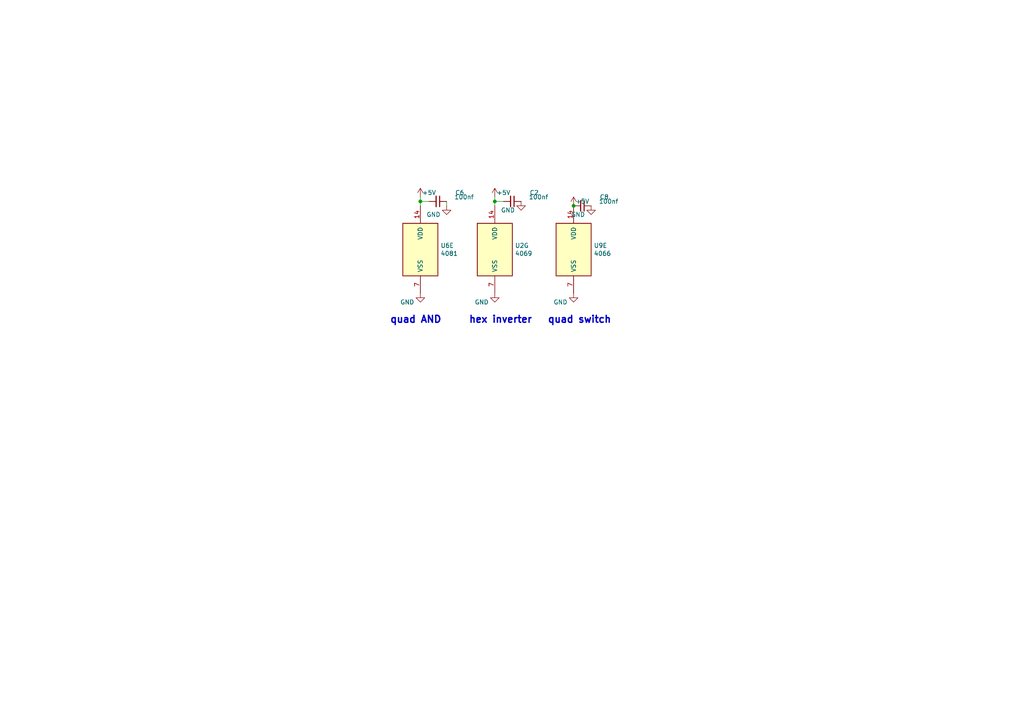
<source format=kicad_sch>
(kicad_sch (version 20211123) (generator eeschema)
  (paper "A4")
  (lib_symbols
    (symbol "4xxx:4066" (pin_names (offset 1.016))
      (property "Reference" "U" (at -7.62 8.89 0))
      (property "Value" "4066" (at -7.62 -8.89 0))
      (symbol "4066_1_0"
        (polyline (pts (xy 0 1.27) (xy 0 2.54)) (stroke (width 0.1524)))
        (polyline (pts (xy -2.54 0) (xy 2.54 2.54) (xy 2.54 -2.54) (xy -2.54 0)) (fill (type background)))
        (polyline (pts (xy -2.54 2.54) (xy 2.54 0) (xy -2.54 -2.54) (xy -2.54 2.54)) (fill (type background)))
        (pin passive line (at -7.62 0 0) (length 5.08) (name "~") (number "1"))
        (pin input line (at 0 7.62 270) (length 5.08) (name "~") (number "13"))
        (pin passive line (at 7.62 0 180) (length 5.08) (name "~") (number "2"))
      )
      (symbol "4066_2_0"
        (polyline (pts (xy 0 1.27) (xy 0 2.54)) (stroke (width 0.1524)))
        (polyline (pts (xy -2.54 0) (xy 2.54 2.54) (xy 2.54 -2.54) (xy -2.54 0)) (fill (type background)))
        (polyline (pts (xy -2.54 2.54) (xy 2.54 0) (xy -2.54 -2.54) (xy -2.54 2.54)) (fill (type background)))
        (pin passive line (at 7.62 0 180) (length 5.08) (name "~") (number "3"))
        (pin passive line (at -7.62 0 0) (length 5.08) (name "~") (number "4"))
        (pin input line (at 0 7.62 270) (length 5.08) (name "~") (number "5"))
      )
      (symbol "4066_3_0"
        (polyline (pts (xy 0 1.27) (xy 0 2.54)) (stroke (width 0.1524)))
        (polyline (pts (xy -2.54 0) (xy 2.54 2.54) (xy 2.54 -2.54) (xy -2.54 0)) (fill (type background)))
        (polyline (pts (xy -2.54 2.54) (xy 2.54 0) (xy -2.54 -2.54) (xy -2.54 2.54)) (fill (type background)))
        (pin input line (at 0 7.62 270) (length 5.08) (name "~") (number "6"))
        (pin passive line (at -7.62 0 0) (length 5.08) (name "~") (number "8"))
        (pin passive line (at 7.62 0 180) (length 5.08) (name "~") (number "9"))
      )
      (symbol "4066_4_0"
        (polyline (pts (xy 0 1.27) (xy 0 2.54)) (stroke (width 0.1524)))
        (polyline (pts (xy -2.54 0) (xy 2.54 2.54) (xy 2.54 -2.54) (xy -2.54 0)) (fill (type background)))
        (polyline (pts (xy -2.54 2.54) (xy 2.54 0) (xy -2.54 -2.54) (xy -2.54 2.54)) (fill (type background)))
        (pin passive line (at 7.62 0 180) (length 5.08) (name "~") (number "10"))
        (pin passive line (at -7.62 0 0) (length 5.08) (name "~") (number "11"))
        (pin input line (at 0 7.62 270) (length 5.08) (name "~") (number "12"))
      )
      (symbol "4066_5_0"
        (pin power_in line (at 0 12.7 270) (length 5.08) (name "VDD") (number "14"))
        (pin power_in line (at 0 -12.7 90) (length 5.08) (name "VSS") (number "7"))
      )
      (symbol "4066_5_1"
        (rectangle (start -5.08 7.62) (end 5.08 -7.62) (stroke (width 0.254)) (fill (type background)))
      )
    )
    (symbol "4xxx:4069" (pin_names (offset 1.016))
      (property "Reference" "U" (at 0 1.27 0))
      (property "Value" "4069" (at 0 -1.27 0))
      (symbol "4069_1_0"
        (polyline (pts (xy -3.81 3.81) (xy -3.81 -3.81) (xy 3.81 0) (xy -3.81 3.81)) (stroke (width 0.254)) (fill (type background)))
        (pin input line (at -7.62 0 0) (length 3.81) (name "~") (number "1"))
        (pin output inverted (at 7.62 0 180) (length 3.81) (name "~") (number "2"))
      )
      (symbol "4069_2_0"
        (polyline (pts (xy -3.81 3.81) (xy -3.81 -3.81) (xy 3.81 0) (xy -3.81 3.81)) (stroke (width 0.254)) (fill (type background)))
        (pin input line (at -7.62 0 0) (length 3.81) (name "~") (number "3"))
        (pin output inverted (at 7.62 0 180) (length 3.81) (name "~") (number "4"))
      )
      (symbol "4069_3_0"
        (polyline (pts (xy -3.81 3.81) (xy -3.81 -3.81) (xy 3.81 0) (xy -3.81 3.81)) (stroke (width 0.254)) (fill (type background)))
        (pin input line (at -7.62 0 0) (length 3.81) (name "~") (number "5"))
        (pin output inverted (at 7.62 0 180) (length 3.81) (name "~") (number "6"))
      )
      (symbol "4069_4_0"
        (polyline (pts (xy -3.81 3.81) (xy -3.81 -3.81) (xy 3.81 0) (xy -3.81 3.81)) (stroke (width 0.254)) (fill (type background)))
        (pin output inverted (at 7.62 0 180) (length 3.81) (name "~") (number "8"))
        (pin input line (at -7.62 0 0) (length 3.81) (name "~") (number "9"))
      )
      (symbol "4069_5_0"
        (polyline (pts (xy -3.81 3.81) (xy -3.81 -3.81) (xy 3.81 0) (xy -3.81 3.81)) (stroke (width 0.254)) (fill (type background)))
        (pin output inverted (at 7.62 0 180) (length 3.81) (name "~") (number "10"))
        (pin input line (at -7.62 0 0) (length 3.81) (name "~") (number "11"))
      )
      (symbol "4069_6_0"
        (polyline (pts (xy -3.81 3.81) (xy -3.81 -3.81) (xy 3.81 0) (xy -3.81 3.81)) (stroke (width 0.254)) (fill (type background)))
        (pin output inverted (at 7.62 0 180) (length 3.81) (name "~") (number "12"))
        (pin input line (at -7.62 0 0) (length 3.81) (name "~") (number "13"))
      )
      (symbol "4069_7_0"
        (pin power_in line (at 0 12.7 270) (length 5.08) (name "VDD") (number "14"))
        (pin power_in line (at 0 -12.7 90) (length 5.08) (name "VSS") (number "7"))
      )
      (symbol "4069_7_1"
        (rectangle (start -5.08 7.62) (end 5.08 -7.62) (stroke (width 0.254)) (fill (type background)))
      )
    )
    (symbol "4xxx:4081" (pin_names (offset 1.016))
      (property "Reference" "U" (at 0 1.27 0))
      (property "Value" "4081" (at 0 -1.27 0))
      (symbol "4081_1_1"
        (arc (start 0 -3.81) (mid 3.81 0) (end 0 3.81) (stroke (width 0.254)) (fill (type background)))
        (polyline (pts (xy 0 3.81) (xy -3.81 3.81) (xy -3.81 -3.81) (xy 0 -3.81)) (stroke (width 0.254)) (fill (type background)))
        (pin input line (at -7.62 2.54 0) (length 3.81) (name "~") (number "1"))
        (pin input line (at -7.62 -2.54 0) (length 3.81) (name "~") (number "2"))
        (pin output line (at 7.62 0 180) (length 3.81) (name "~") (number "3"))
      )
      (symbol "4081_1_2"
        (arc (start -3.81 -3.81) (mid -2.589 0) (end -3.81 3.81) (stroke (width 0.254)))
        (arc (start -0.6096 -3.81) (mid 2.1842 -2.5851) (end 3.81 0) (stroke (width 0.254)) (fill (type background)))
        (polyline (pts (xy -3.81 -3.81) (xy -0.635 -3.81)) (stroke (width 0.254)) (fill (type background)))
        (polyline (pts (xy -3.81 3.81) (xy -0.635 3.81)) (stroke (width 0.254)) (fill (type background)))
        (polyline (pts (xy -0.635 3.81) (xy -3.81 3.81) (xy -3.81 3.81) (xy -3.556 3.4036) (xy -3.0226 2.2606) (xy -2.6924 1.0414) (xy -2.6162 -0.254) (xy -2.7686 -1.4986) (xy -3.175 -2.7178) (xy -3.81 -3.81) (xy -3.81 -3.81) (xy -0.635 -3.81)) (stroke (width -25.4)) (fill (type background)))
        (arc (start 3.81 0) (mid 2.1915 2.5936) (end -0.6096 3.81) (stroke (width 0.254)) (fill (type background)))
        (pin input inverted (at -7.62 2.54 0) (length 4.318) (name "~") (number "1"))
        (pin input inverted (at -7.62 -2.54 0) (length 4.318) (name "~") (number "2"))
        (pin output inverted (at 7.62 0 180) (length 3.81) (name "~") (number "3"))
      )
      (symbol "4081_2_1"
        (arc (start 0 -3.81) (mid 3.81 0) (end 0 3.81) (stroke (width 0.254)) (fill (type background)))
        (polyline (pts (xy 0 3.81) (xy -3.81 3.81) (xy -3.81 -3.81) (xy 0 -3.81)) (stroke (width 0.254)) (fill (type background)))
        (pin output line (at 7.62 0 180) (length 3.81) (name "~") (number "4"))
        (pin input line (at -7.62 2.54 0) (length 3.81) (name "~") (number "5"))
        (pin input line (at -7.62 -2.54 0) (length 3.81) (name "~") (number "6"))
      )
      (symbol "4081_2_2"
        (arc (start -3.81 -3.81) (mid -2.589 0) (end -3.81 3.81) (stroke (width 0.254)))
        (arc (start -0.6096 -3.81) (mid 2.1842 -2.5851) (end 3.81 0) (stroke (width 0.254)) (fill (type background)))
        (polyline (pts (xy -3.81 -3.81) (xy -0.635 -3.81)) (stroke (width 0.254)) (fill (type background)))
        (polyline (pts (xy -3.81 3.81) (xy -0.635 3.81)) (stroke (width 0.254)) (fill (type background)))
        (polyline (pts (xy -0.635 3.81) (xy -3.81 3.81) (xy -3.81 3.81) (xy -3.556 3.4036) (xy -3.0226 2.2606) (xy -2.6924 1.0414) (xy -2.6162 -0.254) (xy -2.7686 -1.4986) (xy -3.175 -2.7178) (xy -3.81 -3.81) (xy -3.81 -3.81) (xy -0.635 -3.81)) (stroke (width -25.4)) (fill (type background)))
        (arc (start 3.81 0) (mid 2.1915 2.5936) (end -0.6096 3.81) (stroke (width 0.254)) (fill (type background)))
        (pin output inverted (at 7.62 0 180) (length 3.81) (name "~") (number "4"))
        (pin input inverted (at -7.62 2.54 0) (length 4.318) (name "~") (number "5"))
        (pin input inverted (at -7.62 -2.54 0) (length 4.318) (name "~") (number "6"))
      )
      (symbol "4081_3_1"
        (arc (start 0 -3.81) (mid 3.81 0) (end 0 3.81) (stroke (width 0.254)) (fill (type background)))
        (polyline (pts (xy 0 3.81) (xy -3.81 3.81) (xy -3.81 -3.81) (xy 0 -3.81)) (stroke (width 0.254)) (fill (type background)))
        (pin output line (at 7.62 0 180) (length 3.81) (name "~") (number "10"))
        (pin input line (at -7.62 2.54 0) (length 3.81) (name "~") (number "8"))
        (pin input line (at -7.62 -2.54 0) (length 3.81) (name "~") (number "9"))
      )
      (symbol "4081_3_2"
        (arc (start -3.81 -3.81) (mid -2.589 0) (end -3.81 3.81) (stroke (width 0.254)))
        (arc (start -0.6096 -3.81) (mid 2.1842 -2.5851) (end 3.81 0) (stroke (width 0.254)) (fill (type background)))
        (polyline (pts (xy -3.81 -3.81) (xy -0.635 -3.81)) (stroke (width 0.254)) (fill (type background)))
        (polyline (pts (xy -3.81 3.81) (xy -0.635 3.81)) (stroke (width 0.254)) (fill (type background)))
        (polyline (pts (xy -0.635 3.81) (xy -3.81 3.81) (xy -3.81 3.81) (xy -3.556 3.4036) (xy -3.0226 2.2606) (xy -2.6924 1.0414) (xy -2.6162 -0.254) (xy -2.7686 -1.4986) (xy -3.175 -2.7178) (xy -3.81 -3.81) (xy -3.81 -3.81) (xy -0.635 -3.81)) (stroke (width -25.4)) (fill (type background)))
        (arc (start 3.81 0) (mid 2.1915 2.5936) (end -0.6096 3.81) (stroke (width 0.254)) (fill (type background)))
        (pin output inverted (at 7.62 0 180) (length 3.81) (name "~") (number "10"))
        (pin input inverted (at -7.62 2.54 0) (length 4.318) (name "~") (number "8"))
        (pin input inverted (at -7.62 -2.54 0) (length 4.318) (name "~") (number "9"))
      )
      (symbol "4081_4_1"
        (arc (start 0 -3.81) (mid 3.81 0) (end 0 3.81) (stroke (width 0.254)) (fill (type background)))
        (polyline (pts (xy 0 3.81) (xy -3.81 3.81) (xy -3.81 -3.81) (xy 0 -3.81)) (stroke (width 0.254)) (fill (type background)))
        (pin output line (at 7.62 0 180) (length 3.81) (name "~") (number "11"))
        (pin input line (at -7.62 2.54 0) (length 3.81) (name "~") (number "12"))
        (pin input line (at -7.62 -2.54 0) (length 3.81) (name "~") (number "13"))
      )
      (symbol "4081_4_2"
        (arc (start -3.81 -3.81) (mid -2.589 0) (end -3.81 3.81) (stroke (width 0.254)))
        (arc (start -0.6096 -3.81) (mid 2.1842 -2.5851) (end 3.81 0) (stroke (width 0.254)) (fill (type background)))
        (polyline (pts (xy -3.81 -3.81) (xy -0.635 -3.81)) (stroke (width 0.254)) (fill (type background)))
        (polyline (pts (xy -3.81 3.81) (xy -0.635 3.81)) (stroke (width 0.254)) (fill (type background)))
        (polyline (pts (xy -0.635 3.81) (xy -3.81 3.81) (xy -3.81 3.81) (xy -3.556 3.4036) (xy -3.0226 2.2606) (xy -2.6924 1.0414) (xy -2.6162 -0.254) (xy -2.7686 -1.4986) (xy -3.175 -2.7178) (xy -3.81 -3.81) (xy -3.81 -3.81) (xy -0.635 -3.81)) (stroke (width -25.4)) (fill (type background)))
        (arc (start 3.81 0) (mid 2.1915 2.5936) (end -0.6096 3.81) (stroke (width 0.254)) (fill (type background)))
        (pin output inverted (at 7.62 0 180) (length 3.81) (name "~") (number "11"))
        (pin input inverted (at -7.62 2.54 0) (length 4.318) (name "~") (number "12"))
        (pin input inverted (at -7.62 -2.54 0) (length 4.318) (name "~") (number "13"))
      )
      (symbol "4081_5_0"
        (pin power_in line (at 0 12.7 270) (length 5.08) (name "VDD") (number "14"))
        (pin power_in line (at 0 -12.7 90) (length 5.08) (name "VSS") (number "7"))
      )
      (symbol "4081_5_1"
        (rectangle (start -5.08 7.62) (end 5.08 -7.62) (stroke (width 0.254)) (fill (type background)))
      )
    )
    (symbol "Device:C_Small" (pin_numbers hide) (pin_names (offset 0.254) hide)
      (property "Reference" "C" (at 0.254 1.778 0))
      (property "Value" "C_Small" (at 0.254 -2.032 0))
      (symbol "C_Small_0_1"
        (polyline (pts (xy -1.524 -0.508) (xy 1.524 -0.508)) (stroke (width 0.3302)))
        (polyline (pts (xy -1.524 0.508) (xy 1.524 0.508)) (stroke (width 0.3048)))
      )
      (symbol "C_Small_1_1"
        (pin passive line (at 0 2.54 270) (length 2.032) (name "~") (number "1"))
        (pin passive line (at 0 -2.54 90) (length 2.032) (name "~") (number "2"))
      )
    )
    (symbol "power:+5V" (power) (pin_names (offset 0))
      (property "Value" "+5V" (at 0 3.556 0))
      (symbol "+5V_0_1"
        (polyline (pts (xy -0.762 1.27) (xy 0 2.54)))
        (polyline (pts (xy 0 0) (xy 0 2.54)))
        (polyline (pts (xy 0 2.54) (xy 0.762 1.27)))
      )
      (symbol "+5V_1_1"
        (pin power_in line (at 0 0 90) (length 0) hide (name "+5V") (number "1"))
      )
    )
    (symbol "power:GND" (power) (pin_names (offset 0))
      (property "Value" "GND" (at 0 -3.81 0))
      (symbol "GND_0_1"
        (polyline (pts (xy 0 0) (xy 0 -1.27) (xy 1.27 -1.27) (xy 0 -2.54) (xy -1.27 -1.27) (xy 0 -1.27)))
      )
      (symbol "GND_1_1"
        (pin power_in line (at 0 0 270) (length 0) hide (name "GND") (number "1"))
      )
    )
  )
  (junction (at 143.51 58.42))
  (junction (at 121.92 58.42))
  (junction (at 166.37 59.69))
  (wire (pts (xy 143.51 57.15) (xy 143.51 58.42)))
  (wire (pts (xy 146.05 58.42) (xy 143.51 58.42)))
  (wire (pts (xy 121.92 59.69) (xy 121.92 58.42)))
  (wire (pts (xy 124.46 58.42) (xy 121.92 58.42)))
  (wire (pts (xy 129.54 59.69) (xy 129.54 58.42)))
  (wire (pts (xy 121.92 58.42) (xy 121.92 57.15)))
  (wire (pts (xy 143.51 58.42) (xy 143.51 59.69)))
  (text "quad switch\n" (at 158.75 93.98 0) (effects (font (size 2.0066 2.0066) (thickness 0.4013) bold) (justify left bottom)))
  (text "hex inverter" (at 135.89 93.98 0) (effects (font (size 2.0066 2.0066) (thickness 0.4013) bold) (justify left bottom)))
  (text "quad AND" (at 113.03 93.98 0) (effects (font (size 2.0066 2.0066) (thickness 0.4013) bold) (justify left bottom)))
  (symbol (lib_id "4xxx:4069") (at 143.51 72.39 0) (unit 7)
    (property "Reference" "U2" (at 149.352 71.2216 0) (effects (justify left)))
    (property "Value" "4069" (at 149.352 73.533 0) (effects (justify left)))
    (property "Footprint" "Package_SO:SO-14_3.9x8.65mm_P1.27mm" (effects hide))
    (property "Datasheet" "http://www.intersil.com/content/dam/Intersil/documents/cd40/cd4069ubms.pdf" (effects hide))
  )
  (symbol (lib_id "power:+5V") (at 143.51 57.15 0) (unit 1)
    (property "Reference" "#PWR062" (effects hide))
    (property "Value" "+5V" (at 146.05 55.88 0))
  )
  (symbol (lib_id "power:GND") (at 143.51 85.09 0) (unit 1)
    (property "Reference" "#PWR063" (effects hide))
    (property "Value" "GND" (at 139.7 87.63 0))
  )
  (symbol (lib_id "Device:C_Small") (at 148.59 58.42 270) (unit 1)
    (property "Reference" "C2" (at 154.94 55.88 90))
    (property "Value" "100nf" (at 156.21 57.15 90))
    (property "Footprint" "Capacitor_SMD:C_0805_2012Metric" (effects hide))
  )
  (symbol (lib_id "power:GND") (at 151.13 58.42 0) (unit 1)
    (property "Reference" "#PWR064" (effects hide))
    (property "Value" "GND" (at 147.32 60.96 0))
  )
  (symbol (lib_id "4xxx:4081") (at 121.92 72.39 0) (unit 5)
    (property "Reference" "U6" (at 127.762 71.2216 0) (effects (justify left)))
    (property "Value" "4081" (at 127.762 73.533 0) (effects (justify left)))
    (property "Footprint" "Package_SO:SO-14_3.9x8.65mm_P1.27mm" (effects hide))
    (property "Datasheet" "http://www.intersil.com/content/dam/Intersil/documents/cd40/cd4073bms-81bms-82bms.pdf" (effects hide))
  )
  (symbol (lib_id "Device:C_Small") (at 127 58.42 270) (unit 1)
    (property "Reference" "C6" (at 133.35 55.88 90))
    (property "Value" "100nf" (at 134.62 57.15 90))
    (property "Footprint" "Capacitor_SMD:C_0805_2012Metric" (effects hide))
  )
  (symbol (lib_id "power:GND") (at 129.54 59.69 0) (unit 1)
    (property "Reference" "#PWR061" (effects hide))
    (property "Value" "GND" (at 125.73 62.23 0))
  )
  (symbol (lib_id "power:+5V") (at 121.92 57.15 0) (unit 1)
    (property "Reference" "#PWR059" (effects hide))
    (property "Value" "+5V" (at 124.46 55.88 0))
  )
  (symbol (lib_id "power:GND") (at 121.92 85.09 0) (unit 1)
    (property "Reference" "#PWR060" (effects hide))
    (property "Value" "GND" (at 118.11 87.63 0))
  )
  (symbol (lib_id "4xxx:4066") (at 166.37 72.39 0) (unit 5)
    (property "Reference" "U9" (at 172.212 71.2216 0) (effects (justify left)))
    (property "Value" "4066" (at 172.212 73.533 0) (effects (justify left)))
    (property "Footprint" "Package_SO:SO-14_3.9x8.65mm_P1.27mm" (effects hide))
    (property "Datasheet" "http://www.ti.com/lit/ds/symlink/cd4066b.pdf" (effects hide))
  )
  (symbol (lib_id "Device:C_Small") (at 168.91 59.69 270) (unit 1)
    (property "Reference" "C8" (at 175.26 57.15 90))
    (property "Value" "100nf" (at 176.53 58.42 90))
    (property "Footprint" "Capacitor_SMD:C_0805_2012Metric" (effects hide))
  )
  (symbol (lib_id "power:GND") (at 171.45 59.69 0) (unit 1)
    (property "Reference" "#PWR067" (effects hide))
    (property "Value" "GND" (at 167.64 62.23 0))
  )
  (symbol (lib_id "power:+5V") (at 166.37 59.69 0) (unit 1)
    (property "Reference" "#PWR065" (effects hide))
    (property "Value" "+5V" (at 168.91 58.42 0))
  )
  (symbol (lib_id "power:GND") (at 166.37 85.09 0) (unit 1)
    (property "Reference" "#PWR066" (effects hide))
    (property "Value" "GND" (at 162.56 87.63 0))
  )
)
</source>
